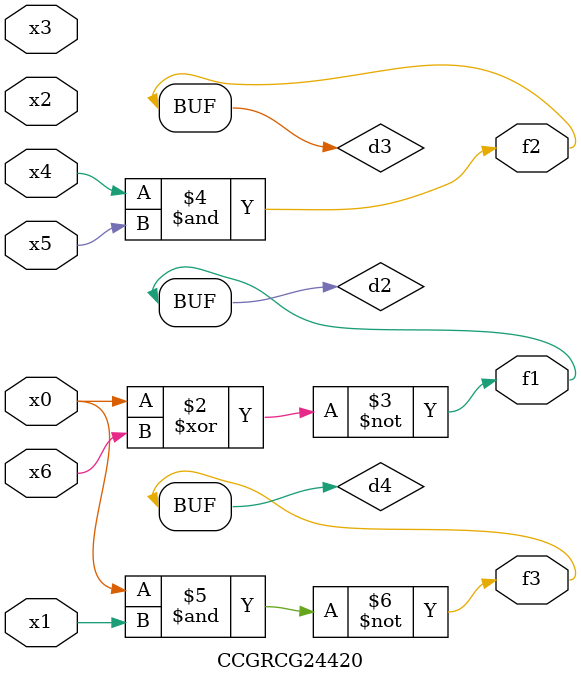
<source format=v>
module CCGRCG24420(
	input x0, x1, x2, x3, x4, x5, x6,
	output f1, f2, f3
);

	wire d1, d2, d3, d4;

	nor (d1, x0);
	xnor (d2, x0, x6);
	and (d3, x4, x5);
	nand (d4, x0, x1);
	assign f1 = d2;
	assign f2 = d3;
	assign f3 = d4;
endmodule

</source>
